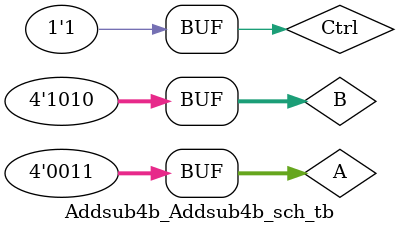
<source format=v>

`timescale 1ns / 1ps

module Addsub4b_Addsub4b_sch_tb();

// Inputs
   reg [3:0] A;
   reg [3:0] B;
   reg Ctrl;

// Output
   wire Co;
   wire [3:0] S;

// Bidirs

// Instantiate the UUT
   Addsub4b UUT (
		.A(A), 
		.B(B), 
		.Ctrl(Ctrl), 
		.Co(Co), 
		.S(S)
   );
// Initialize Inputs
//   `ifdef auto_init
       initial begin
		A = 4'b0011;
		B = 4'b1010;
		Ctrl = 0;
		#50;
		Ctrl = 1;
//   `endif
		end
endmodule

</source>
